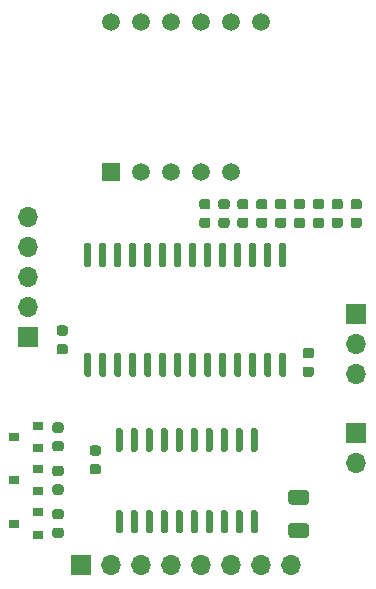
<source format=gbr>
%TF.GenerationSoftware,KiCad,Pcbnew,(5.1.10)-1*%
%TF.CreationDate,2021-08-04T23:13:12+07:00*%
%TF.ProjectId,busdisplay_r2,62757364-6973-4706-9c61-795f72322e6b,3*%
%TF.SameCoordinates,Original*%
%TF.FileFunction,Soldermask,Top*%
%TF.FilePolarity,Negative*%
%FSLAX46Y46*%
G04 Gerber Fmt 4.6, Leading zero omitted, Abs format (unit mm)*
G04 Created by KiCad (PCBNEW (5.1.10)-1) date 2021-08-04 23:13:12*
%MOMM*%
%LPD*%
G01*
G04 APERTURE LIST*
%ADD10R,0.900000X0.800000*%
%ADD11C,1.500000*%
%ADD12R,1.500000X1.500000*%
%ADD13O,1.700000X1.700000*%
%ADD14R,1.700000X1.700000*%
G04 APERTURE END LIST*
D10*
%TO.C,Q3*%
X36316000Y-76252500D03*
X38316000Y-75302500D03*
X38316000Y-77202500D03*
%TD*%
%TO.C,Q2*%
X36316000Y-72586500D03*
X38316000Y-71636500D03*
X38316000Y-73536500D03*
%TD*%
%TO.C,Q1*%
X36316000Y-68920500D03*
X38316000Y-67970500D03*
X38316000Y-69870500D03*
%TD*%
%TO.C,C3*%
G36*
G01*
X59763500Y-76213000D02*
X61013500Y-76213000D01*
G75*
G02*
X61263500Y-76463000I0J-250000D01*
G01*
X61263500Y-77213000D01*
G75*
G02*
X61013500Y-77463000I-250000J0D01*
G01*
X59763500Y-77463000D01*
G75*
G02*
X59513500Y-77213000I0J250000D01*
G01*
X59513500Y-76463000D01*
G75*
G02*
X59763500Y-76213000I250000J0D01*
G01*
G37*
G36*
G01*
X59763500Y-73413000D02*
X61013500Y-73413000D01*
G75*
G02*
X61263500Y-73663000I0J-250000D01*
G01*
X61263500Y-74413000D01*
G75*
G02*
X61013500Y-74663000I-250000J0D01*
G01*
X59763500Y-74663000D01*
G75*
G02*
X59513500Y-74413000I0J250000D01*
G01*
X59513500Y-73663000D01*
G75*
G02*
X59763500Y-73413000I250000J0D01*
G01*
G37*
%TD*%
%TO.C,U1*%
G36*
G01*
X42695000Y-54541000D02*
X42395000Y-54541000D01*
G75*
G02*
X42245000Y-54391000I0J150000D01*
G01*
X42245000Y-52641000D01*
G75*
G02*
X42395000Y-52491000I150000J0D01*
G01*
X42695000Y-52491000D01*
G75*
G02*
X42845000Y-52641000I0J-150000D01*
G01*
X42845000Y-54391000D01*
G75*
G02*
X42695000Y-54541000I-150000J0D01*
G01*
G37*
G36*
G01*
X43965000Y-54541000D02*
X43665000Y-54541000D01*
G75*
G02*
X43515000Y-54391000I0J150000D01*
G01*
X43515000Y-52641000D01*
G75*
G02*
X43665000Y-52491000I150000J0D01*
G01*
X43965000Y-52491000D01*
G75*
G02*
X44115000Y-52641000I0J-150000D01*
G01*
X44115000Y-54391000D01*
G75*
G02*
X43965000Y-54541000I-150000J0D01*
G01*
G37*
G36*
G01*
X45235000Y-54541000D02*
X44935000Y-54541000D01*
G75*
G02*
X44785000Y-54391000I0J150000D01*
G01*
X44785000Y-52641000D01*
G75*
G02*
X44935000Y-52491000I150000J0D01*
G01*
X45235000Y-52491000D01*
G75*
G02*
X45385000Y-52641000I0J-150000D01*
G01*
X45385000Y-54391000D01*
G75*
G02*
X45235000Y-54541000I-150000J0D01*
G01*
G37*
G36*
G01*
X46505000Y-54541000D02*
X46205000Y-54541000D01*
G75*
G02*
X46055000Y-54391000I0J150000D01*
G01*
X46055000Y-52641000D01*
G75*
G02*
X46205000Y-52491000I150000J0D01*
G01*
X46505000Y-52491000D01*
G75*
G02*
X46655000Y-52641000I0J-150000D01*
G01*
X46655000Y-54391000D01*
G75*
G02*
X46505000Y-54541000I-150000J0D01*
G01*
G37*
G36*
G01*
X47775000Y-54541000D02*
X47475000Y-54541000D01*
G75*
G02*
X47325000Y-54391000I0J150000D01*
G01*
X47325000Y-52641000D01*
G75*
G02*
X47475000Y-52491000I150000J0D01*
G01*
X47775000Y-52491000D01*
G75*
G02*
X47925000Y-52641000I0J-150000D01*
G01*
X47925000Y-54391000D01*
G75*
G02*
X47775000Y-54541000I-150000J0D01*
G01*
G37*
G36*
G01*
X49045000Y-54541000D02*
X48745000Y-54541000D01*
G75*
G02*
X48595000Y-54391000I0J150000D01*
G01*
X48595000Y-52641000D01*
G75*
G02*
X48745000Y-52491000I150000J0D01*
G01*
X49045000Y-52491000D01*
G75*
G02*
X49195000Y-52641000I0J-150000D01*
G01*
X49195000Y-54391000D01*
G75*
G02*
X49045000Y-54541000I-150000J0D01*
G01*
G37*
G36*
G01*
X50315000Y-54541000D02*
X50015000Y-54541000D01*
G75*
G02*
X49865000Y-54391000I0J150000D01*
G01*
X49865000Y-52641000D01*
G75*
G02*
X50015000Y-52491000I150000J0D01*
G01*
X50315000Y-52491000D01*
G75*
G02*
X50465000Y-52641000I0J-150000D01*
G01*
X50465000Y-54391000D01*
G75*
G02*
X50315000Y-54541000I-150000J0D01*
G01*
G37*
G36*
G01*
X51585000Y-54541000D02*
X51285000Y-54541000D01*
G75*
G02*
X51135000Y-54391000I0J150000D01*
G01*
X51135000Y-52641000D01*
G75*
G02*
X51285000Y-52491000I150000J0D01*
G01*
X51585000Y-52491000D01*
G75*
G02*
X51735000Y-52641000I0J-150000D01*
G01*
X51735000Y-54391000D01*
G75*
G02*
X51585000Y-54541000I-150000J0D01*
G01*
G37*
G36*
G01*
X52855000Y-54541000D02*
X52555000Y-54541000D01*
G75*
G02*
X52405000Y-54391000I0J150000D01*
G01*
X52405000Y-52641000D01*
G75*
G02*
X52555000Y-52491000I150000J0D01*
G01*
X52855000Y-52491000D01*
G75*
G02*
X53005000Y-52641000I0J-150000D01*
G01*
X53005000Y-54391000D01*
G75*
G02*
X52855000Y-54541000I-150000J0D01*
G01*
G37*
G36*
G01*
X54125000Y-54541000D02*
X53825000Y-54541000D01*
G75*
G02*
X53675000Y-54391000I0J150000D01*
G01*
X53675000Y-52641000D01*
G75*
G02*
X53825000Y-52491000I150000J0D01*
G01*
X54125000Y-52491000D01*
G75*
G02*
X54275000Y-52641000I0J-150000D01*
G01*
X54275000Y-54391000D01*
G75*
G02*
X54125000Y-54541000I-150000J0D01*
G01*
G37*
G36*
G01*
X55395000Y-54541000D02*
X55095000Y-54541000D01*
G75*
G02*
X54945000Y-54391000I0J150000D01*
G01*
X54945000Y-52641000D01*
G75*
G02*
X55095000Y-52491000I150000J0D01*
G01*
X55395000Y-52491000D01*
G75*
G02*
X55545000Y-52641000I0J-150000D01*
G01*
X55545000Y-54391000D01*
G75*
G02*
X55395000Y-54541000I-150000J0D01*
G01*
G37*
G36*
G01*
X56665000Y-54541000D02*
X56365000Y-54541000D01*
G75*
G02*
X56215000Y-54391000I0J150000D01*
G01*
X56215000Y-52641000D01*
G75*
G02*
X56365000Y-52491000I150000J0D01*
G01*
X56665000Y-52491000D01*
G75*
G02*
X56815000Y-52641000I0J-150000D01*
G01*
X56815000Y-54391000D01*
G75*
G02*
X56665000Y-54541000I-150000J0D01*
G01*
G37*
G36*
G01*
X57935000Y-54541000D02*
X57635000Y-54541000D01*
G75*
G02*
X57485000Y-54391000I0J150000D01*
G01*
X57485000Y-52641000D01*
G75*
G02*
X57635000Y-52491000I150000J0D01*
G01*
X57935000Y-52491000D01*
G75*
G02*
X58085000Y-52641000I0J-150000D01*
G01*
X58085000Y-54391000D01*
G75*
G02*
X57935000Y-54541000I-150000J0D01*
G01*
G37*
G36*
G01*
X59205000Y-54541000D02*
X58905000Y-54541000D01*
G75*
G02*
X58755000Y-54391000I0J150000D01*
G01*
X58755000Y-52641000D01*
G75*
G02*
X58905000Y-52491000I150000J0D01*
G01*
X59205000Y-52491000D01*
G75*
G02*
X59355000Y-52641000I0J-150000D01*
G01*
X59355000Y-54391000D01*
G75*
G02*
X59205000Y-54541000I-150000J0D01*
G01*
G37*
G36*
G01*
X59205000Y-63841000D02*
X58905000Y-63841000D01*
G75*
G02*
X58755000Y-63691000I0J150000D01*
G01*
X58755000Y-61941000D01*
G75*
G02*
X58905000Y-61791000I150000J0D01*
G01*
X59205000Y-61791000D01*
G75*
G02*
X59355000Y-61941000I0J-150000D01*
G01*
X59355000Y-63691000D01*
G75*
G02*
X59205000Y-63841000I-150000J0D01*
G01*
G37*
G36*
G01*
X57935000Y-63841000D02*
X57635000Y-63841000D01*
G75*
G02*
X57485000Y-63691000I0J150000D01*
G01*
X57485000Y-61941000D01*
G75*
G02*
X57635000Y-61791000I150000J0D01*
G01*
X57935000Y-61791000D01*
G75*
G02*
X58085000Y-61941000I0J-150000D01*
G01*
X58085000Y-63691000D01*
G75*
G02*
X57935000Y-63841000I-150000J0D01*
G01*
G37*
G36*
G01*
X56665000Y-63841000D02*
X56365000Y-63841000D01*
G75*
G02*
X56215000Y-63691000I0J150000D01*
G01*
X56215000Y-61941000D01*
G75*
G02*
X56365000Y-61791000I150000J0D01*
G01*
X56665000Y-61791000D01*
G75*
G02*
X56815000Y-61941000I0J-150000D01*
G01*
X56815000Y-63691000D01*
G75*
G02*
X56665000Y-63841000I-150000J0D01*
G01*
G37*
G36*
G01*
X55395000Y-63841000D02*
X55095000Y-63841000D01*
G75*
G02*
X54945000Y-63691000I0J150000D01*
G01*
X54945000Y-61941000D01*
G75*
G02*
X55095000Y-61791000I150000J0D01*
G01*
X55395000Y-61791000D01*
G75*
G02*
X55545000Y-61941000I0J-150000D01*
G01*
X55545000Y-63691000D01*
G75*
G02*
X55395000Y-63841000I-150000J0D01*
G01*
G37*
G36*
G01*
X54125000Y-63841000D02*
X53825000Y-63841000D01*
G75*
G02*
X53675000Y-63691000I0J150000D01*
G01*
X53675000Y-61941000D01*
G75*
G02*
X53825000Y-61791000I150000J0D01*
G01*
X54125000Y-61791000D01*
G75*
G02*
X54275000Y-61941000I0J-150000D01*
G01*
X54275000Y-63691000D01*
G75*
G02*
X54125000Y-63841000I-150000J0D01*
G01*
G37*
G36*
G01*
X52855000Y-63841000D02*
X52555000Y-63841000D01*
G75*
G02*
X52405000Y-63691000I0J150000D01*
G01*
X52405000Y-61941000D01*
G75*
G02*
X52555000Y-61791000I150000J0D01*
G01*
X52855000Y-61791000D01*
G75*
G02*
X53005000Y-61941000I0J-150000D01*
G01*
X53005000Y-63691000D01*
G75*
G02*
X52855000Y-63841000I-150000J0D01*
G01*
G37*
G36*
G01*
X51585000Y-63841000D02*
X51285000Y-63841000D01*
G75*
G02*
X51135000Y-63691000I0J150000D01*
G01*
X51135000Y-61941000D01*
G75*
G02*
X51285000Y-61791000I150000J0D01*
G01*
X51585000Y-61791000D01*
G75*
G02*
X51735000Y-61941000I0J-150000D01*
G01*
X51735000Y-63691000D01*
G75*
G02*
X51585000Y-63841000I-150000J0D01*
G01*
G37*
G36*
G01*
X50315000Y-63841000D02*
X50015000Y-63841000D01*
G75*
G02*
X49865000Y-63691000I0J150000D01*
G01*
X49865000Y-61941000D01*
G75*
G02*
X50015000Y-61791000I150000J0D01*
G01*
X50315000Y-61791000D01*
G75*
G02*
X50465000Y-61941000I0J-150000D01*
G01*
X50465000Y-63691000D01*
G75*
G02*
X50315000Y-63841000I-150000J0D01*
G01*
G37*
G36*
G01*
X49045000Y-63841000D02*
X48745000Y-63841000D01*
G75*
G02*
X48595000Y-63691000I0J150000D01*
G01*
X48595000Y-61941000D01*
G75*
G02*
X48745000Y-61791000I150000J0D01*
G01*
X49045000Y-61791000D01*
G75*
G02*
X49195000Y-61941000I0J-150000D01*
G01*
X49195000Y-63691000D01*
G75*
G02*
X49045000Y-63841000I-150000J0D01*
G01*
G37*
G36*
G01*
X47775000Y-63841000D02*
X47475000Y-63841000D01*
G75*
G02*
X47325000Y-63691000I0J150000D01*
G01*
X47325000Y-61941000D01*
G75*
G02*
X47475000Y-61791000I150000J0D01*
G01*
X47775000Y-61791000D01*
G75*
G02*
X47925000Y-61941000I0J-150000D01*
G01*
X47925000Y-63691000D01*
G75*
G02*
X47775000Y-63841000I-150000J0D01*
G01*
G37*
G36*
G01*
X46505000Y-63841000D02*
X46205000Y-63841000D01*
G75*
G02*
X46055000Y-63691000I0J150000D01*
G01*
X46055000Y-61941000D01*
G75*
G02*
X46205000Y-61791000I150000J0D01*
G01*
X46505000Y-61791000D01*
G75*
G02*
X46655000Y-61941000I0J-150000D01*
G01*
X46655000Y-63691000D01*
G75*
G02*
X46505000Y-63841000I-150000J0D01*
G01*
G37*
G36*
G01*
X45235000Y-63841000D02*
X44935000Y-63841000D01*
G75*
G02*
X44785000Y-63691000I0J150000D01*
G01*
X44785000Y-61941000D01*
G75*
G02*
X44935000Y-61791000I150000J0D01*
G01*
X45235000Y-61791000D01*
G75*
G02*
X45385000Y-61941000I0J-150000D01*
G01*
X45385000Y-63691000D01*
G75*
G02*
X45235000Y-63841000I-150000J0D01*
G01*
G37*
G36*
G01*
X43965000Y-63841000D02*
X43665000Y-63841000D01*
G75*
G02*
X43515000Y-63691000I0J150000D01*
G01*
X43515000Y-61941000D01*
G75*
G02*
X43665000Y-61791000I150000J0D01*
G01*
X43965000Y-61791000D01*
G75*
G02*
X44115000Y-61941000I0J-150000D01*
G01*
X44115000Y-63691000D01*
G75*
G02*
X43965000Y-63841000I-150000J0D01*
G01*
G37*
G36*
G01*
X42695000Y-63841000D02*
X42395000Y-63841000D01*
G75*
G02*
X42245000Y-63691000I0J150000D01*
G01*
X42245000Y-61941000D01*
G75*
G02*
X42395000Y-61791000I150000J0D01*
G01*
X42695000Y-61791000D01*
G75*
G02*
X42845000Y-61941000I0J-150000D01*
G01*
X42845000Y-63691000D01*
G75*
G02*
X42695000Y-63841000I-150000J0D01*
G01*
G37*
%TD*%
%TO.C,U2*%
G36*
G01*
X45362000Y-77094000D02*
X45062000Y-77094000D01*
G75*
G02*
X44912000Y-76944000I0J150000D01*
G01*
X44912000Y-75269000D01*
G75*
G02*
X45062000Y-75119000I150000J0D01*
G01*
X45362000Y-75119000D01*
G75*
G02*
X45512000Y-75269000I0J-150000D01*
G01*
X45512000Y-76944000D01*
G75*
G02*
X45362000Y-77094000I-150000J0D01*
G01*
G37*
G36*
G01*
X46632000Y-77094000D02*
X46332000Y-77094000D01*
G75*
G02*
X46182000Y-76944000I0J150000D01*
G01*
X46182000Y-75269000D01*
G75*
G02*
X46332000Y-75119000I150000J0D01*
G01*
X46632000Y-75119000D01*
G75*
G02*
X46782000Y-75269000I0J-150000D01*
G01*
X46782000Y-76944000D01*
G75*
G02*
X46632000Y-77094000I-150000J0D01*
G01*
G37*
G36*
G01*
X47902000Y-77094000D02*
X47602000Y-77094000D01*
G75*
G02*
X47452000Y-76944000I0J150000D01*
G01*
X47452000Y-75269000D01*
G75*
G02*
X47602000Y-75119000I150000J0D01*
G01*
X47902000Y-75119000D01*
G75*
G02*
X48052000Y-75269000I0J-150000D01*
G01*
X48052000Y-76944000D01*
G75*
G02*
X47902000Y-77094000I-150000J0D01*
G01*
G37*
G36*
G01*
X49172000Y-77094000D02*
X48872000Y-77094000D01*
G75*
G02*
X48722000Y-76944000I0J150000D01*
G01*
X48722000Y-75269000D01*
G75*
G02*
X48872000Y-75119000I150000J0D01*
G01*
X49172000Y-75119000D01*
G75*
G02*
X49322000Y-75269000I0J-150000D01*
G01*
X49322000Y-76944000D01*
G75*
G02*
X49172000Y-77094000I-150000J0D01*
G01*
G37*
G36*
G01*
X50442000Y-77094000D02*
X50142000Y-77094000D01*
G75*
G02*
X49992000Y-76944000I0J150000D01*
G01*
X49992000Y-75269000D01*
G75*
G02*
X50142000Y-75119000I150000J0D01*
G01*
X50442000Y-75119000D01*
G75*
G02*
X50592000Y-75269000I0J-150000D01*
G01*
X50592000Y-76944000D01*
G75*
G02*
X50442000Y-77094000I-150000J0D01*
G01*
G37*
G36*
G01*
X51712000Y-77094000D02*
X51412000Y-77094000D01*
G75*
G02*
X51262000Y-76944000I0J150000D01*
G01*
X51262000Y-75269000D01*
G75*
G02*
X51412000Y-75119000I150000J0D01*
G01*
X51712000Y-75119000D01*
G75*
G02*
X51862000Y-75269000I0J-150000D01*
G01*
X51862000Y-76944000D01*
G75*
G02*
X51712000Y-77094000I-150000J0D01*
G01*
G37*
G36*
G01*
X52982000Y-77094000D02*
X52682000Y-77094000D01*
G75*
G02*
X52532000Y-76944000I0J150000D01*
G01*
X52532000Y-75269000D01*
G75*
G02*
X52682000Y-75119000I150000J0D01*
G01*
X52982000Y-75119000D01*
G75*
G02*
X53132000Y-75269000I0J-150000D01*
G01*
X53132000Y-76944000D01*
G75*
G02*
X52982000Y-77094000I-150000J0D01*
G01*
G37*
G36*
G01*
X54252000Y-77094000D02*
X53952000Y-77094000D01*
G75*
G02*
X53802000Y-76944000I0J150000D01*
G01*
X53802000Y-75269000D01*
G75*
G02*
X53952000Y-75119000I150000J0D01*
G01*
X54252000Y-75119000D01*
G75*
G02*
X54402000Y-75269000I0J-150000D01*
G01*
X54402000Y-76944000D01*
G75*
G02*
X54252000Y-77094000I-150000J0D01*
G01*
G37*
G36*
G01*
X55522000Y-77094000D02*
X55222000Y-77094000D01*
G75*
G02*
X55072000Y-76944000I0J150000D01*
G01*
X55072000Y-75269000D01*
G75*
G02*
X55222000Y-75119000I150000J0D01*
G01*
X55522000Y-75119000D01*
G75*
G02*
X55672000Y-75269000I0J-150000D01*
G01*
X55672000Y-76944000D01*
G75*
G02*
X55522000Y-77094000I-150000J0D01*
G01*
G37*
G36*
G01*
X56792000Y-77094000D02*
X56492000Y-77094000D01*
G75*
G02*
X56342000Y-76944000I0J150000D01*
G01*
X56342000Y-75269000D01*
G75*
G02*
X56492000Y-75119000I150000J0D01*
G01*
X56792000Y-75119000D01*
G75*
G02*
X56942000Y-75269000I0J-150000D01*
G01*
X56942000Y-76944000D01*
G75*
G02*
X56792000Y-77094000I-150000J0D01*
G01*
G37*
G36*
G01*
X56792000Y-70169000D02*
X56492000Y-70169000D01*
G75*
G02*
X56342000Y-70019000I0J150000D01*
G01*
X56342000Y-68344000D01*
G75*
G02*
X56492000Y-68194000I150000J0D01*
G01*
X56792000Y-68194000D01*
G75*
G02*
X56942000Y-68344000I0J-150000D01*
G01*
X56942000Y-70019000D01*
G75*
G02*
X56792000Y-70169000I-150000J0D01*
G01*
G37*
G36*
G01*
X55522000Y-70169000D02*
X55222000Y-70169000D01*
G75*
G02*
X55072000Y-70019000I0J150000D01*
G01*
X55072000Y-68344000D01*
G75*
G02*
X55222000Y-68194000I150000J0D01*
G01*
X55522000Y-68194000D01*
G75*
G02*
X55672000Y-68344000I0J-150000D01*
G01*
X55672000Y-70019000D01*
G75*
G02*
X55522000Y-70169000I-150000J0D01*
G01*
G37*
G36*
G01*
X54252000Y-70169000D02*
X53952000Y-70169000D01*
G75*
G02*
X53802000Y-70019000I0J150000D01*
G01*
X53802000Y-68344000D01*
G75*
G02*
X53952000Y-68194000I150000J0D01*
G01*
X54252000Y-68194000D01*
G75*
G02*
X54402000Y-68344000I0J-150000D01*
G01*
X54402000Y-70019000D01*
G75*
G02*
X54252000Y-70169000I-150000J0D01*
G01*
G37*
G36*
G01*
X52982000Y-70169000D02*
X52682000Y-70169000D01*
G75*
G02*
X52532000Y-70019000I0J150000D01*
G01*
X52532000Y-68344000D01*
G75*
G02*
X52682000Y-68194000I150000J0D01*
G01*
X52982000Y-68194000D01*
G75*
G02*
X53132000Y-68344000I0J-150000D01*
G01*
X53132000Y-70019000D01*
G75*
G02*
X52982000Y-70169000I-150000J0D01*
G01*
G37*
G36*
G01*
X51712000Y-70169000D02*
X51412000Y-70169000D01*
G75*
G02*
X51262000Y-70019000I0J150000D01*
G01*
X51262000Y-68344000D01*
G75*
G02*
X51412000Y-68194000I150000J0D01*
G01*
X51712000Y-68194000D01*
G75*
G02*
X51862000Y-68344000I0J-150000D01*
G01*
X51862000Y-70019000D01*
G75*
G02*
X51712000Y-70169000I-150000J0D01*
G01*
G37*
G36*
G01*
X50442000Y-70169000D02*
X50142000Y-70169000D01*
G75*
G02*
X49992000Y-70019000I0J150000D01*
G01*
X49992000Y-68344000D01*
G75*
G02*
X50142000Y-68194000I150000J0D01*
G01*
X50442000Y-68194000D01*
G75*
G02*
X50592000Y-68344000I0J-150000D01*
G01*
X50592000Y-70019000D01*
G75*
G02*
X50442000Y-70169000I-150000J0D01*
G01*
G37*
G36*
G01*
X49172000Y-70169000D02*
X48872000Y-70169000D01*
G75*
G02*
X48722000Y-70019000I0J150000D01*
G01*
X48722000Y-68344000D01*
G75*
G02*
X48872000Y-68194000I150000J0D01*
G01*
X49172000Y-68194000D01*
G75*
G02*
X49322000Y-68344000I0J-150000D01*
G01*
X49322000Y-70019000D01*
G75*
G02*
X49172000Y-70169000I-150000J0D01*
G01*
G37*
G36*
G01*
X47902000Y-70169000D02*
X47602000Y-70169000D01*
G75*
G02*
X47452000Y-70019000I0J150000D01*
G01*
X47452000Y-68344000D01*
G75*
G02*
X47602000Y-68194000I150000J0D01*
G01*
X47902000Y-68194000D01*
G75*
G02*
X48052000Y-68344000I0J-150000D01*
G01*
X48052000Y-70019000D01*
G75*
G02*
X47902000Y-70169000I-150000J0D01*
G01*
G37*
G36*
G01*
X46632000Y-70169000D02*
X46332000Y-70169000D01*
G75*
G02*
X46182000Y-70019000I0J150000D01*
G01*
X46182000Y-68344000D01*
G75*
G02*
X46332000Y-68194000I150000J0D01*
G01*
X46632000Y-68194000D01*
G75*
G02*
X46782000Y-68344000I0J-150000D01*
G01*
X46782000Y-70019000D01*
G75*
G02*
X46632000Y-70169000I-150000J0D01*
G01*
G37*
G36*
G01*
X45362000Y-70169000D02*
X45062000Y-70169000D01*
G75*
G02*
X44912000Y-70019000I0J150000D01*
G01*
X44912000Y-68344000D01*
G75*
G02*
X45062000Y-68194000I150000J0D01*
G01*
X45362000Y-68194000D01*
G75*
G02*
X45512000Y-68344000I0J-150000D01*
G01*
X45512000Y-70019000D01*
G75*
G02*
X45362000Y-70169000I-150000J0D01*
G01*
G37*
%TD*%
%TO.C,R13*%
G36*
G01*
X54323250Y-49650000D02*
X53810750Y-49650000D01*
G75*
G02*
X53592000Y-49431250I0J218750D01*
G01*
X53592000Y-48993750D01*
G75*
G02*
X53810750Y-48775000I218750J0D01*
G01*
X54323250Y-48775000D01*
G75*
G02*
X54542000Y-48993750I0J-218750D01*
G01*
X54542000Y-49431250D01*
G75*
G02*
X54323250Y-49650000I-218750J0D01*
G01*
G37*
G36*
G01*
X54323250Y-51225000D02*
X53810750Y-51225000D01*
G75*
G02*
X53592000Y-51006250I0J218750D01*
G01*
X53592000Y-50568750D01*
G75*
G02*
X53810750Y-50350000I218750J0D01*
G01*
X54323250Y-50350000D01*
G75*
G02*
X54542000Y-50568750I0J-218750D01*
G01*
X54542000Y-51006250D01*
G75*
G02*
X54323250Y-51225000I-218750J0D01*
G01*
G37*
%TD*%
%TO.C,R12*%
G36*
G01*
X57523250Y-49650000D02*
X57010750Y-49650000D01*
G75*
G02*
X56792000Y-49431250I0J218750D01*
G01*
X56792000Y-48993750D01*
G75*
G02*
X57010750Y-48775000I218750J0D01*
G01*
X57523250Y-48775000D01*
G75*
G02*
X57742000Y-48993750I0J-218750D01*
G01*
X57742000Y-49431250D01*
G75*
G02*
X57523250Y-49650000I-218750J0D01*
G01*
G37*
G36*
G01*
X57523250Y-51225000D02*
X57010750Y-51225000D01*
G75*
G02*
X56792000Y-51006250I0J218750D01*
G01*
X56792000Y-50568750D01*
G75*
G02*
X57010750Y-50350000I218750J0D01*
G01*
X57523250Y-50350000D01*
G75*
G02*
X57742000Y-50568750I0J-218750D01*
G01*
X57742000Y-51006250D01*
G75*
G02*
X57523250Y-51225000I-218750J0D01*
G01*
G37*
%TD*%
%TO.C,R11*%
G36*
G01*
X63923250Y-49650000D02*
X63410750Y-49650000D01*
G75*
G02*
X63192000Y-49431250I0J218750D01*
G01*
X63192000Y-48993750D01*
G75*
G02*
X63410750Y-48775000I218750J0D01*
G01*
X63923250Y-48775000D01*
G75*
G02*
X64142000Y-48993750I0J-218750D01*
G01*
X64142000Y-49431250D01*
G75*
G02*
X63923250Y-49650000I-218750J0D01*
G01*
G37*
G36*
G01*
X63923250Y-51225000D02*
X63410750Y-51225000D01*
G75*
G02*
X63192000Y-51006250I0J218750D01*
G01*
X63192000Y-50568750D01*
G75*
G02*
X63410750Y-50350000I218750J0D01*
G01*
X63923250Y-50350000D01*
G75*
G02*
X64142000Y-50568750I0J-218750D01*
G01*
X64142000Y-51006250D01*
G75*
G02*
X63923250Y-51225000I-218750J0D01*
G01*
G37*
%TD*%
%TO.C,R10*%
G36*
G01*
X60723250Y-49650000D02*
X60210750Y-49650000D01*
G75*
G02*
X59992000Y-49431250I0J218750D01*
G01*
X59992000Y-48993750D01*
G75*
G02*
X60210750Y-48775000I218750J0D01*
G01*
X60723250Y-48775000D01*
G75*
G02*
X60942000Y-48993750I0J-218750D01*
G01*
X60942000Y-49431250D01*
G75*
G02*
X60723250Y-49650000I-218750J0D01*
G01*
G37*
G36*
G01*
X60723250Y-51225000D02*
X60210750Y-51225000D01*
G75*
G02*
X59992000Y-51006250I0J218750D01*
G01*
X59992000Y-50568750D01*
G75*
G02*
X60210750Y-50350000I218750J0D01*
G01*
X60723250Y-50350000D01*
G75*
G02*
X60942000Y-50568750I0J-218750D01*
G01*
X60942000Y-51006250D01*
G75*
G02*
X60723250Y-51225000I-218750J0D01*
G01*
G37*
%TD*%
%TO.C,R9*%
G36*
G01*
X59123250Y-49650000D02*
X58610750Y-49650000D01*
G75*
G02*
X58392000Y-49431250I0J218750D01*
G01*
X58392000Y-48993750D01*
G75*
G02*
X58610750Y-48775000I218750J0D01*
G01*
X59123250Y-48775000D01*
G75*
G02*
X59342000Y-48993750I0J-218750D01*
G01*
X59342000Y-49431250D01*
G75*
G02*
X59123250Y-49650000I-218750J0D01*
G01*
G37*
G36*
G01*
X59123250Y-51225000D02*
X58610750Y-51225000D01*
G75*
G02*
X58392000Y-51006250I0J218750D01*
G01*
X58392000Y-50568750D01*
G75*
G02*
X58610750Y-50350000I218750J0D01*
G01*
X59123250Y-50350000D01*
G75*
G02*
X59342000Y-50568750I0J-218750D01*
G01*
X59342000Y-51006250D01*
G75*
G02*
X59123250Y-51225000I-218750J0D01*
G01*
G37*
%TD*%
%TO.C,R8*%
G36*
G01*
X55923250Y-49650000D02*
X55410750Y-49650000D01*
G75*
G02*
X55192000Y-49431250I0J218750D01*
G01*
X55192000Y-48993750D01*
G75*
G02*
X55410750Y-48775000I218750J0D01*
G01*
X55923250Y-48775000D01*
G75*
G02*
X56142000Y-48993750I0J-218750D01*
G01*
X56142000Y-49431250D01*
G75*
G02*
X55923250Y-49650000I-218750J0D01*
G01*
G37*
G36*
G01*
X55923250Y-51225000D02*
X55410750Y-51225000D01*
G75*
G02*
X55192000Y-51006250I0J218750D01*
G01*
X55192000Y-50568750D01*
G75*
G02*
X55410750Y-50350000I218750J0D01*
G01*
X55923250Y-50350000D01*
G75*
G02*
X56142000Y-50568750I0J-218750D01*
G01*
X56142000Y-51006250D01*
G75*
G02*
X55923250Y-51225000I-218750J0D01*
G01*
G37*
%TD*%
%TO.C,R7*%
G36*
G01*
X65523250Y-49650000D02*
X65010750Y-49650000D01*
G75*
G02*
X64792000Y-49431250I0J218750D01*
G01*
X64792000Y-48993750D01*
G75*
G02*
X65010750Y-48775000I218750J0D01*
G01*
X65523250Y-48775000D01*
G75*
G02*
X65742000Y-48993750I0J-218750D01*
G01*
X65742000Y-49431250D01*
G75*
G02*
X65523250Y-49650000I-218750J0D01*
G01*
G37*
G36*
G01*
X65523250Y-51225000D02*
X65010750Y-51225000D01*
G75*
G02*
X64792000Y-51006250I0J218750D01*
G01*
X64792000Y-50568750D01*
G75*
G02*
X65010750Y-50350000I218750J0D01*
G01*
X65523250Y-50350000D01*
G75*
G02*
X65742000Y-50568750I0J-218750D01*
G01*
X65742000Y-51006250D01*
G75*
G02*
X65523250Y-51225000I-218750J0D01*
G01*
G37*
%TD*%
%TO.C,R6*%
G36*
G01*
X62323250Y-49650000D02*
X61810750Y-49650000D01*
G75*
G02*
X61592000Y-49431250I0J218750D01*
G01*
X61592000Y-48993750D01*
G75*
G02*
X61810750Y-48775000I218750J0D01*
G01*
X62323250Y-48775000D01*
G75*
G02*
X62542000Y-48993750I0J-218750D01*
G01*
X62542000Y-49431250D01*
G75*
G02*
X62323250Y-49650000I-218750J0D01*
G01*
G37*
G36*
G01*
X62323250Y-51225000D02*
X61810750Y-51225000D01*
G75*
G02*
X61592000Y-51006250I0J218750D01*
G01*
X61592000Y-50568750D01*
G75*
G02*
X61810750Y-50350000I218750J0D01*
G01*
X62323250Y-50350000D01*
G75*
G02*
X62542000Y-50568750I0J-218750D01*
G01*
X62542000Y-51006250D01*
G75*
G02*
X62323250Y-51225000I-218750J0D01*
G01*
G37*
%TD*%
%TO.C,R5*%
G36*
G01*
X39759750Y-76602500D02*
X40272250Y-76602500D01*
G75*
G02*
X40491000Y-76821250I0J-218750D01*
G01*
X40491000Y-77258750D01*
G75*
G02*
X40272250Y-77477500I-218750J0D01*
G01*
X39759750Y-77477500D01*
G75*
G02*
X39541000Y-77258750I0J218750D01*
G01*
X39541000Y-76821250D01*
G75*
G02*
X39759750Y-76602500I218750J0D01*
G01*
G37*
G36*
G01*
X39759750Y-75027500D02*
X40272250Y-75027500D01*
G75*
G02*
X40491000Y-75246250I0J-218750D01*
G01*
X40491000Y-75683750D01*
G75*
G02*
X40272250Y-75902500I-218750J0D01*
G01*
X39759750Y-75902500D01*
G75*
G02*
X39541000Y-75683750I0J218750D01*
G01*
X39541000Y-75246250D01*
G75*
G02*
X39759750Y-75027500I218750J0D01*
G01*
G37*
%TD*%
%TO.C,R4*%
G36*
G01*
X39759750Y-72936500D02*
X40272250Y-72936500D01*
G75*
G02*
X40491000Y-73155250I0J-218750D01*
G01*
X40491000Y-73592750D01*
G75*
G02*
X40272250Y-73811500I-218750J0D01*
G01*
X39759750Y-73811500D01*
G75*
G02*
X39541000Y-73592750I0J218750D01*
G01*
X39541000Y-73155250D01*
G75*
G02*
X39759750Y-72936500I218750J0D01*
G01*
G37*
G36*
G01*
X39759750Y-71361500D02*
X40272250Y-71361500D01*
G75*
G02*
X40491000Y-71580250I0J-218750D01*
G01*
X40491000Y-72017750D01*
G75*
G02*
X40272250Y-72236500I-218750J0D01*
G01*
X39759750Y-72236500D01*
G75*
G02*
X39541000Y-72017750I0J218750D01*
G01*
X39541000Y-71580250D01*
G75*
G02*
X39759750Y-71361500I218750J0D01*
G01*
G37*
%TD*%
%TO.C,R3*%
G36*
G01*
X39759750Y-69270500D02*
X40272250Y-69270500D01*
G75*
G02*
X40491000Y-69489250I0J-218750D01*
G01*
X40491000Y-69926750D01*
G75*
G02*
X40272250Y-70145500I-218750J0D01*
G01*
X39759750Y-70145500D01*
G75*
G02*
X39541000Y-69926750I0J218750D01*
G01*
X39541000Y-69489250D01*
G75*
G02*
X39759750Y-69270500I218750J0D01*
G01*
G37*
G36*
G01*
X39759750Y-67695500D02*
X40272250Y-67695500D01*
G75*
G02*
X40491000Y-67914250I0J-218750D01*
G01*
X40491000Y-68351750D01*
G75*
G02*
X40272250Y-68570500I-218750J0D01*
G01*
X39759750Y-68570500D01*
G75*
G02*
X39541000Y-68351750I0J218750D01*
G01*
X39541000Y-67914250D01*
G75*
G02*
X39759750Y-67695500I218750J0D01*
G01*
G37*
%TD*%
%TO.C,R2*%
G36*
G01*
X61470250Y-62261000D02*
X60957750Y-62261000D01*
G75*
G02*
X60739000Y-62042250I0J218750D01*
G01*
X60739000Y-61604750D01*
G75*
G02*
X60957750Y-61386000I218750J0D01*
G01*
X61470250Y-61386000D01*
G75*
G02*
X61689000Y-61604750I0J-218750D01*
G01*
X61689000Y-62042250D01*
G75*
G02*
X61470250Y-62261000I-218750J0D01*
G01*
G37*
G36*
G01*
X61470250Y-63836000D02*
X60957750Y-63836000D01*
G75*
G02*
X60739000Y-63617250I0J218750D01*
G01*
X60739000Y-63179750D01*
G75*
G02*
X60957750Y-62961000I218750J0D01*
G01*
X61470250Y-62961000D01*
G75*
G02*
X61689000Y-63179750I0J-218750D01*
G01*
X61689000Y-63617250D01*
G75*
G02*
X61470250Y-63836000I-218750J0D01*
G01*
G37*
%TD*%
%TO.C,R1*%
G36*
G01*
X40129750Y-61056000D02*
X40642250Y-61056000D01*
G75*
G02*
X40861000Y-61274750I0J-218750D01*
G01*
X40861000Y-61712250D01*
G75*
G02*
X40642250Y-61931000I-218750J0D01*
G01*
X40129750Y-61931000D01*
G75*
G02*
X39911000Y-61712250I0J218750D01*
G01*
X39911000Y-61274750D01*
G75*
G02*
X40129750Y-61056000I218750J0D01*
G01*
G37*
G36*
G01*
X40129750Y-59481000D02*
X40642250Y-59481000D01*
G75*
G02*
X40861000Y-59699750I0J-218750D01*
G01*
X40861000Y-60137250D01*
G75*
G02*
X40642250Y-60356000I-218750J0D01*
G01*
X40129750Y-60356000D01*
G75*
G02*
X39911000Y-60137250I0J218750D01*
G01*
X39911000Y-59699750D01*
G75*
G02*
X40129750Y-59481000I218750J0D01*
G01*
G37*
%TD*%
D11*
%TO.C,LED1*%
X57200000Y-33828000D03*
X52120000Y-46528000D03*
X44500000Y-33828000D03*
X52120000Y-33828000D03*
D12*
X44500000Y-46528000D03*
D11*
X54660000Y-33828000D03*
X47040000Y-33828000D03*
X49580000Y-46528000D03*
X49580000Y-33828000D03*
X54660000Y-46528000D03*
X47040000Y-46528000D03*
%TD*%
D13*
%TO.C,J4*%
X65278000Y-71091000D03*
D14*
X65278000Y-68551000D03*
%TD*%
D13*
%TO.C,J3*%
X59780000Y-79756000D03*
X57240000Y-79756000D03*
X54700000Y-79756000D03*
X52160000Y-79756000D03*
X49620000Y-79756000D03*
X47080000Y-79756000D03*
X44540000Y-79756000D03*
D14*
X42000000Y-79756000D03*
%TD*%
%TO.C,J2*%
X37465000Y-60452000D03*
D13*
X37465000Y-57912000D03*
X37465000Y-55372000D03*
X37465000Y-52832000D03*
X37465000Y-50292000D03*
%TD*%
%TO.C,J1*%
X65278000Y-63571000D03*
X65278000Y-61031000D03*
D14*
X65278000Y-58491000D03*
%TD*%
%TO.C,C2*%
G36*
G01*
X42923750Y-71216000D02*
X43436250Y-71216000D01*
G75*
G02*
X43655000Y-71434750I0J-218750D01*
G01*
X43655000Y-71872250D01*
G75*
G02*
X43436250Y-72091000I-218750J0D01*
G01*
X42923750Y-72091000D01*
G75*
G02*
X42705000Y-71872250I0J218750D01*
G01*
X42705000Y-71434750D01*
G75*
G02*
X42923750Y-71216000I218750J0D01*
G01*
G37*
G36*
G01*
X42923750Y-69641000D02*
X43436250Y-69641000D01*
G75*
G02*
X43655000Y-69859750I0J-218750D01*
G01*
X43655000Y-70297250D01*
G75*
G02*
X43436250Y-70516000I-218750J0D01*
G01*
X42923750Y-70516000D01*
G75*
G02*
X42705000Y-70297250I0J218750D01*
G01*
X42705000Y-69859750D01*
G75*
G02*
X42923750Y-69641000I218750J0D01*
G01*
G37*
%TD*%
%TO.C,C1*%
G36*
G01*
X52707250Y-49650000D02*
X52194750Y-49650000D01*
G75*
G02*
X51976000Y-49431250I0J218750D01*
G01*
X51976000Y-48993750D01*
G75*
G02*
X52194750Y-48775000I218750J0D01*
G01*
X52707250Y-48775000D01*
G75*
G02*
X52926000Y-48993750I0J-218750D01*
G01*
X52926000Y-49431250D01*
G75*
G02*
X52707250Y-49650000I-218750J0D01*
G01*
G37*
G36*
G01*
X52707250Y-51225000D02*
X52194750Y-51225000D01*
G75*
G02*
X51976000Y-51006250I0J218750D01*
G01*
X51976000Y-50568750D01*
G75*
G02*
X52194750Y-50350000I218750J0D01*
G01*
X52707250Y-50350000D01*
G75*
G02*
X52926000Y-50568750I0J-218750D01*
G01*
X52926000Y-51006250D01*
G75*
G02*
X52707250Y-51225000I-218750J0D01*
G01*
G37*
%TD*%
M02*

</source>
